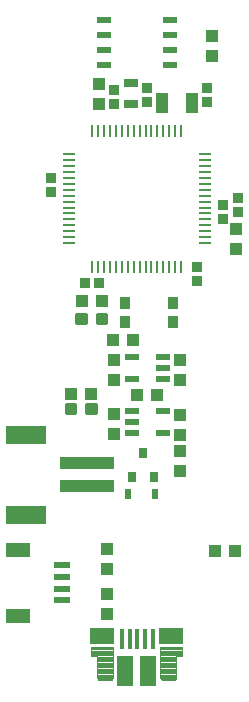
<source format=gtp>
G75*
%MOIN*%
%OFA0B0*%
%FSLAX25Y25*%
%IPPOS*%
%LPD*%
%AMOC8*
5,1,8,0,0,1.08239X$1,22.5*
%
%ADD10R,0.03543X0.03937*%
%ADD11R,0.03937X0.04331*%
%ADD12R,0.04724X0.02165*%
%ADD13R,0.02480X0.03268*%
%ADD14C,0.01181*%
%ADD15R,0.04331X0.03937*%
%ADD16R,0.03150X0.03543*%
%ADD17R,0.07874X0.04724*%
%ADD18R,0.05315X0.02362*%
%ADD19R,0.00866X0.03937*%
%ADD20R,0.03937X0.00866*%
%ADD21R,0.03937X0.07087*%
%ADD22R,0.03543X0.03346*%
%ADD23R,0.03346X0.03543*%
%ADD24R,0.04724X0.03150*%
%ADD25R,0.07874X0.05748*%
%ADD26R,0.05610X0.09843*%
%ADD27C,0.00400*%
%ADD28C,0.00197*%
%ADD29R,0.04724X0.02362*%
%ADD30R,0.18110X0.03937*%
%ADD31R,0.13386X0.06299*%
D10*
X0191762Y0203850D03*
X0191762Y0210150D03*
X0207904Y0210150D03*
X0207904Y0203850D03*
D11*
X0210333Y0191346D03*
X0210333Y0184654D03*
X0188333Y0184654D03*
X0188333Y0191346D03*
X0188333Y0173346D03*
X0188333Y0166654D03*
X0210333Y0166154D03*
X0210333Y0160846D03*
X0210333Y0154154D03*
X0210333Y0172846D03*
X0185833Y0128346D03*
X0185833Y0121654D03*
X0185833Y0113346D03*
X0185833Y0106654D03*
X0228958Y0228279D03*
X0228958Y0234971D03*
X0183333Y0276654D03*
X0183333Y0283346D03*
X0220833Y0292654D03*
X0220833Y0299346D03*
D12*
X0204452Y0192240D03*
X0194215Y0192240D03*
X0204452Y0188500D03*
X0204452Y0184760D03*
X0194215Y0184760D03*
X0194215Y0174240D03*
X0194215Y0170500D03*
X0204452Y0174240D03*
X0204452Y0166760D03*
X0194215Y0166760D03*
D13*
X0192806Y0146500D03*
X0201861Y0146500D03*
D14*
X0179408Y0173622D02*
X0179408Y0176378D01*
X0182164Y0176378D01*
X0182164Y0173622D01*
X0179408Y0173622D01*
X0179408Y0174744D02*
X0182164Y0174744D01*
X0182164Y0175866D02*
X0179408Y0175866D01*
X0172503Y0176378D02*
X0172503Y0173622D01*
X0172503Y0176378D02*
X0175259Y0176378D01*
X0175259Y0173622D01*
X0172503Y0173622D01*
X0172503Y0174744D02*
X0175259Y0174744D01*
X0175259Y0175866D02*
X0172503Y0175866D01*
X0176003Y0203622D02*
X0176003Y0206378D01*
X0178759Y0206378D01*
X0178759Y0203622D01*
X0176003Y0203622D01*
X0176003Y0204744D02*
X0178759Y0204744D01*
X0178759Y0205866D02*
X0176003Y0205866D01*
X0182908Y0206378D02*
X0182908Y0203622D01*
X0182908Y0206378D02*
X0185664Y0206378D01*
X0185664Y0203622D01*
X0182908Y0203622D01*
X0182908Y0204744D02*
X0185664Y0204744D01*
X0185664Y0205866D02*
X0182908Y0205866D01*
D15*
X0184180Y0211000D03*
X0177487Y0211000D03*
X0187987Y0198000D03*
X0194680Y0198000D03*
X0180680Y0180000D03*
X0173987Y0180000D03*
X0195987Y0179500D03*
X0202680Y0179500D03*
X0221987Y0127500D03*
X0228680Y0127500D03*
D16*
X0201573Y0152063D03*
X0194093Y0152063D03*
X0197833Y0160331D03*
D17*
X0156365Y0128024D03*
X0156365Y0105976D03*
D18*
X0170833Y0111094D03*
X0170833Y0115031D03*
X0170833Y0118969D03*
X0170833Y0122906D03*
D19*
X0181070Y0222362D03*
X0183038Y0222362D03*
X0185007Y0222362D03*
X0186975Y0222362D03*
X0188944Y0222362D03*
X0190912Y0222362D03*
X0192881Y0222362D03*
X0194849Y0222362D03*
X0196818Y0222362D03*
X0198786Y0222362D03*
X0200755Y0222362D03*
X0202723Y0222362D03*
X0204692Y0222362D03*
X0206660Y0222362D03*
X0208629Y0222362D03*
X0210597Y0222362D03*
X0210597Y0267638D03*
X0208629Y0267638D03*
X0206660Y0267638D03*
X0204692Y0267638D03*
X0202723Y0267638D03*
X0200755Y0267638D03*
X0198786Y0267638D03*
X0196818Y0267638D03*
X0194849Y0267638D03*
X0192881Y0267638D03*
X0190912Y0267638D03*
X0188944Y0267638D03*
X0186975Y0267638D03*
X0185007Y0267638D03*
X0183038Y0267638D03*
X0181070Y0267638D03*
D20*
X0173196Y0259764D03*
X0173196Y0257795D03*
X0173196Y0255827D03*
X0173196Y0253858D03*
X0173196Y0251890D03*
X0173196Y0249921D03*
X0173196Y0247953D03*
X0173196Y0245984D03*
X0173196Y0244016D03*
X0173196Y0242047D03*
X0173196Y0240079D03*
X0173196Y0238110D03*
X0173196Y0236142D03*
X0173196Y0234173D03*
X0173196Y0232205D03*
X0173196Y0230236D03*
X0218471Y0230236D03*
X0218471Y0232205D03*
X0218471Y0234173D03*
X0218471Y0236142D03*
X0218471Y0238110D03*
X0218471Y0240079D03*
X0218471Y0242047D03*
X0218471Y0244016D03*
X0218471Y0245984D03*
X0218471Y0247953D03*
X0218471Y0249921D03*
X0218471Y0251890D03*
X0218471Y0253858D03*
X0218471Y0255827D03*
X0218471Y0257795D03*
X0218471Y0259764D03*
D21*
X0214255Y0277000D03*
X0204412Y0277000D03*
D22*
X0199333Y0277217D03*
X0199333Y0281783D03*
X0188333Y0281283D03*
X0188333Y0276717D03*
X0219333Y0277217D03*
X0219333Y0281783D03*
X0167333Y0251783D03*
X0167333Y0247217D03*
X0215833Y0222283D03*
X0215833Y0217717D03*
X0224458Y0238292D03*
X0229458Y0240717D03*
X0229458Y0245283D03*
X0224458Y0242858D03*
D23*
X0183117Y0217000D03*
X0178550Y0217000D03*
D24*
X0193833Y0276457D03*
X0193833Y0283543D03*
D25*
X0184416Y0099333D03*
X0207251Y0099333D03*
D26*
X0199623Y0087719D03*
X0192044Y0087719D03*
D27*
X0182838Y0084842D02*
X0182695Y0085070D01*
X0182607Y0085323D01*
X0182576Y0085590D01*
X0182576Y0092490D01*
X0182569Y0092528D01*
X0182547Y0092561D01*
X0182515Y0092583D01*
X0182476Y0092590D01*
X0180576Y0092590D01*
X0180576Y0095690D01*
X0187976Y0095690D01*
X0187976Y0085690D01*
X0187944Y0085401D01*
X0187848Y0085126D01*
X0187693Y0084880D01*
X0187487Y0084674D01*
X0187241Y0084519D01*
X0186966Y0084423D01*
X0186676Y0084390D01*
X0183776Y0084390D01*
X0183509Y0084420D01*
X0183256Y0084509D01*
X0183028Y0084652D01*
X0182838Y0084842D01*
X0182898Y0084782D02*
X0187595Y0084782D01*
X0187867Y0085181D02*
X0182656Y0085181D01*
X0182578Y0085579D02*
X0187964Y0085579D01*
X0187976Y0085978D02*
X0182576Y0085978D01*
X0182576Y0086376D02*
X0187976Y0086376D01*
X0187976Y0086775D02*
X0182576Y0086775D01*
X0182576Y0087173D02*
X0187976Y0087173D01*
X0187976Y0087572D02*
X0182576Y0087572D01*
X0182576Y0087970D02*
X0187976Y0087970D01*
X0187976Y0088369D02*
X0182576Y0088369D01*
X0182576Y0088767D02*
X0187976Y0088767D01*
X0187976Y0089166D02*
X0182576Y0089166D01*
X0182576Y0089564D02*
X0187976Y0089564D01*
X0187976Y0089963D02*
X0182576Y0089963D01*
X0182576Y0090361D02*
X0187976Y0090361D01*
X0187976Y0090760D02*
X0182576Y0090760D01*
X0182576Y0091158D02*
X0187976Y0091158D01*
X0187976Y0091557D02*
X0182576Y0091557D01*
X0182576Y0091955D02*
X0187976Y0091955D01*
X0187976Y0092354D02*
X0182576Y0092354D01*
X0180576Y0092752D02*
X0187976Y0092752D01*
X0187976Y0093151D02*
X0180576Y0093151D01*
X0180576Y0093549D02*
X0187976Y0093549D01*
X0187976Y0093948D02*
X0180576Y0093948D01*
X0180576Y0094346D02*
X0187976Y0094346D01*
X0187976Y0094745D02*
X0180576Y0094745D01*
X0180576Y0095143D02*
X0187976Y0095143D01*
X0187976Y0095542D02*
X0180576Y0095542D01*
X0203640Y0095542D02*
X0211040Y0095542D01*
X0211040Y0095690D02*
X0203640Y0095690D01*
X0203640Y0085690D01*
X0203672Y0085401D01*
X0203768Y0085126D01*
X0203923Y0084880D01*
X0204129Y0084674D01*
X0204376Y0084519D01*
X0204650Y0084423D01*
X0204940Y0084390D01*
X0207840Y0084390D01*
X0208107Y0084420D01*
X0208360Y0084509D01*
X0208588Y0084652D01*
X0208778Y0084842D01*
X0208921Y0085070D01*
X0209010Y0085323D01*
X0209040Y0085590D01*
X0209040Y0092490D01*
X0209047Y0092528D01*
X0209069Y0092561D01*
X0209101Y0092583D01*
X0209140Y0092590D01*
X0211040Y0092590D01*
X0211040Y0095690D01*
X0211040Y0095143D02*
X0203640Y0095143D01*
X0203640Y0094745D02*
X0211040Y0094745D01*
X0211040Y0094346D02*
X0203640Y0094346D01*
X0203640Y0093948D02*
X0211040Y0093948D01*
X0211040Y0093549D02*
X0203640Y0093549D01*
X0203640Y0093151D02*
X0211040Y0093151D01*
X0211040Y0092752D02*
X0203640Y0092752D01*
X0203640Y0092354D02*
X0209040Y0092354D01*
X0209040Y0091955D02*
X0203640Y0091955D01*
X0203640Y0091557D02*
X0209040Y0091557D01*
X0209040Y0091158D02*
X0203640Y0091158D01*
X0203640Y0090760D02*
X0209040Y0090760D01*
X0209040Y0090361D02*
X0203640Y0090361D01*
X0203640Y0089963D02*
X0209040Y0089963D01*
X0209040Y0089564D02*
X0203640Y0089564D01*
X0203640Y0089166D02*
X0209040Y0089166D01*
X0209040Y0088767D02*
X0203640Y0088767D01*
X0203640Y0088369D02*
X0209040Y0088369D01*
X0209040Y0087970D02*
X0203640Y0087970D01*
X0203640Y0087572D02*
X0209040Y0087572D01*
X0209040Y0087173D02*
X0203640Y0087173D01*
X0203640Y0086775D02*
X0209040Y0086775D01*
X0209040Y0086376D02*
X0203640Y0086376D01*
X0203640Y0085978D02*
X0209040Y0085978D01*
X0209038Y0085579D02*
X0203652Y0085579D01*
X0203749Y0085181D02*
X0208960Y0085181D01*
X0208718Y0084782D02*
X0204021Y0084782D01*
D28*
X0201444Y0095077D02*
X0200459Y0095077D01*
X0200459Y0101475D01*
X0201444Y0101475D01*
X0201444Y0095077D01*
X0201444Y0095238D02*
X0200459Y0095238D01*
X0200459Y0095434D02*
X0201444Y0095434D01*
X0201444Y0095629D02*
X0200459Y0095629D01*
X0200459Y0095824D02*
X0201444Y0095824D01*
X0201444Y0096020D02*
X0200459Y0096020D01*
X0200459Y0096215D02*
X0201444Y0096215D01*
X0201444Y0096410D02*
X0200459Y0096410D01*
X0200459Y0096606D02*
X0201444Y0096606D01*
X0201444Y0096801D02*
X0200459Y0096801D01*
X0200459Y0096996D02*
X0201444Y0096996D01*
X0201444Y0097192D02*
X0200459Y0097192D01*
X0200459Y0097387D02*
X0201444Y0097387D01*
X0201444Y0097583D02*
X0200459Y0097583D01*
X0200459Y0097778D02*
X0201444Y0097778D01*
X0201444Y0097973D02*
X0200459Y0097973D01*
X0200459Y0098169D02*
X0201444Y0098169D01*
X0201444Y0098364D02*
X0200459Y0098364D01*
X0200459Y0098559D02*
X0201444Y0098559D01*
X0201444Y0098755D02*
X0200459Y0098755D01*
X0200459Y0098950D02*
X0201444Y0098950D01*
X0201444Y0099145D02*
X0200459Y0099145D01*
X0200459Y0099341D02*
X0201444Y0099341D01*
X0201444Y0099536D02*
X0200459Y0099536D01*
X0200459Y0099732D02*
X0201444Y0099732D01*
X0201444Y0099927D02*
X0200459Y0099927D01*
X0200459Y0100122D02*
X0201444Y0100122D01*
X0201444Y0100318D02*
X0200459Y0100318D01*
X0200459Y0100513D02*
X0201444Y0100513D01*
X0201444Y0100708D02*
X0200459Y0100708D01*
X0200459Y0100904D02*
X0201444Y0100904D01*
X0201444Y0101099D02*
X0200459Y0101099D01*
X0200459Y0101294D02*
X0201444Y0101294D01*
X0198885Y0101294D02*
X0197900Y0101294D01*
X0197900Y0101475D02*
X0197900Y0095077D01*
X0198885Y0095077D01*
X0198885Y0101475D01*
X0197900Y0101475D01*
X0197900Y0101099D02*
X0198885Y0101099D01*
X0198885Y0100904D02*
X0197900Y0100904D01*
X0197900Y0100708D02*
X0198885Y0100708D01*
X0198885Y0100513D02*
X0197900Y0100513D01*
X0197900Y0100318D02*
X0198885Y0100318D01*
X0198885Y0100122D02*
X0197900Y0100122D01*
X0197900Y0099927D02*
X0198885Y0099927D01*
X0198885Y0099732D02*
X0197900Y0099732D01*
X0197900Y0099536D02*
X0198885Y0099536D01*
X0198885Y0099341D02*
X0197900Y0099341D01*
X0197900Y0099145D02*
X0198885Y0099145D01*
X0198885Y0098950D02*
X0197900Y0098950D01*
X0197900Y0098755D02*
X0198885Y0098755D01*
X0198885Y0098559D02*
X0197900Y0098559D01*
X0197900Y0098364D02*
X0198885Y0098364D01*
X0198885Y0098169D02*
X0197900Y0098169D01*
X0197900Y0097973D02*
X0198885Y0097973D01*
X0198885Y0097778D02*
X0197900Y0097778D01*
X0197900Y0097583D02*
X0198885Y0097583D01*
X0198885Y0097387D02*
X0197900Y0097387D01*
X0197900Y0097192D02*
X0198885Y0097192D01*
X0198885Y0096996D02*
X0197900Y0096996D01*
X0197900Y0096801D02*
X0198885Y0096801D01*
X0198885Y0096606D02*
X0197900Y0096606D01*
X0197900Y0096410D02*
X0198885Y0096410D01*
X0198885Y0096215D02*
X0197900Y0096215D01*
X0197900Y0096020D02*
X0198885Y0096020D01*
X0198885Y0095824D02*
X0197900Y0095824D01*
X0197900Y0095629D02*
X0198885Y0095629D01*
X0198885Y0095434D02*
X0197900Y0095434D01*
X0197900Y0095238D02*
X0198885Y0095238D01*
X0196325Y0095238D02*
X0195341Y0095238D01*
X0195341Y0095077D02*
X0195341Y0101475D01*
X0196325Y0101475D01*
X0196325Y0095077D01*
X0195341Y0095077D01*
X0195341Y0095434D02*
X0196325Y0095434D01*
X0196325Y0095629D02*
X0195341Y0095629D01*
X0195341Y0095824D02*
X0196325Y0095824D01*
X0196325Y0096020D02*
X0195341Y0096020D01*
X0195341Y0096215D02*
X0196325Y0096215D01*
X0196325Y0096410D02*
X0195341Y0096410D01*
X0195341Y0096606D02*
X0196325Y0096606D01*
X0196325Y0096801D02*
X0195341Y0096801D01*
X0195341Y0096996D02*
X0196325Y0096996D01*
X0196325Y0097192D02*
X0195341Y0097192D01*
X0195341Y0097387D02*
X0196325Y0097387D01*
X0196325Y0097583D02*
X0195341Y0097583D01*
X0195341Y0097778D02*
X0196325Y0097778D01*
X0196325Y0097973D02*
X0195341Y0097973D01*
X0195341Y0098169D02*
X0196325Y0098169D01*
X0196325Y0098364D02*
X0195341Y0098364D01*
X0195341Y0098559D02*
X0196325Y0098559D01*
X0196325Y0098755D02*
X0195341Y0098755D01*
X0195341Y0098950D02*
X0196325Y0098950D01*
X0196325Y0099145D02*
X0195341Y0099145D01*
X0195341Y0099341D02*
X0196325Y0099341D01*
X0196325Y0099536D02*
X0195341Y0099536D01*
X0195341Y0099732D02*
X0196325Y0099732D01*
X0196325Y0099927D02*
X0195341Y0099927D01*
X0195341Y0100122D02*
X0196325Y0100122D01*
X0196325Y0100318D02*
X0195341Y0100318D01*
X0195341Y0100513D02*
X0196325Y0100513D01*
X0196325Y0100708D02*
X0195341Y0100708D01*
X0195341Y0100904D02*
X0196325Y0100904D01*
X0196325Y0101099D02*
X0195341Y0101099D01*
X0195341Y0101294D02*
X0196325Y0101294D01*
X0193766Y0101294D02*
X0192782Y0101294D01*
X0192782Y0101475D02*
X0192782Y0095077D01*
X0193766Y0095077D01*
X0193766Y0101475D01*
X0192782Y0101475D01*
X0192782Y0101099D02*
X0193766Y0101099D01*
X0193766Y0100904D02*
X0192782Y0100904D01*
X0192782Y0100708D02*
X0193766Y0100708D01*
X0193766Y0100513D02*
X0192782Y0100513D01*
X0192782Y0100318D02*
X0193766Y0100318D01*
X0193766Y0100122D02*
X0192782Y0100122D01*
X0192782Y0099927D02*
X0193766Y0099927D01*
X0193766Y0099732D02*
X0192782Y0099732D01*
X0192782Y0099536D02*
X0193766Y0099536D01*
X0193766Y0099341D02*
X0192782Y0099341D01*
X0192782Y0099145D02*
X0193766Y0099145D01*
X0193766Y0098950D02*
X0192782Y0098950D01*
X0192782Y0098755D02*
X0193766Y0098755D01*
X0193766Y0098559D02*
X0192782Y0098559D01*
X0192782Y0098364D02*
X0193766Y0098364D01*
X0193766Y0098169D02*
X0192782Y0098169D01*
X0192782Y0097973D02*
X0193766Y0097973D01*
X0193766Y0097778D02*
X0192782Y0097778D01*
X0192782Y0097583D02*
X0193766Y0097583D01*
X0193766Y0097387D02*
X0192782Y0097387D01*
X0192782Y0097192D02*
X0193766Y0097192D01*
X0193766Y0096996D02*
X0192782Y0096996D01*
X0192782Y0096801D02*
X0193766Y0096801D01*
X0193766Y0096606D02*
X0192782Y0096606D01*
X0192782Y0096410D02*
X0193766Y0096410D01*
X0193766Y0096215D02*
X0192782Y0096215D01*
X0192782Y0096020D02*
X0193766Y0096020D01*
X0193766Y0095824D02*
X0192782Y0095824D01*
X0192782Y0095629D02*
X0193766Y0095629D01*
X0193766Y0095434D02*
X0192782Y0095434D01*
X0192782Y0095238D02*
X0193766Y0095238D01*
X0191207Y0095238D02*
X0190223Y0095238D01*
X0190223Y0095077D02*
X0190223Y0101475D01*
X0191207Y0101475D01*
X0191207Y0095077D01*
X0190223Y0095077D01*
X0190223Y0095434D02*
X0191207Y0095434D01*
X0191207Y0095629D02*
X0190223Y0095629D01*
X0190223Y0095824D02*
X0191207Y0095824D01*
X0191207Y0096020D02*
X0190223Y0096020D01*
X0190223Y0096215D02*
X0191207Y0096215D01*
X0191207Y0096410D02*
X0190223Y0096410D01*
X0190223Y0096606D02*
X0191207Y0096606D01*
X0191207Y0096801D02*
X0190223Y0096801D01*
X0190223Y0096996D02*
X0191207Y0096996D01*
X0191207Y0097192D02*
X0190223Y0097192D01*
X0190223Y0097387D02*
X0191207Y0097387D01*
X0191207Y0097583D02*
X0190223Y0097583D01*
X0190223Y0097778D02*
X0191207Y0097778D01*
X0191207Y0097973D02*
X0190223Y0097973D01*
X0190223Y0098169D02*
X0191207Y0098169D01*
X0191207Y0098364D02*
X0190223Y0098364D01*
X0190223Y0098559D02*
X0191207Y0098559D01*
X0191207Y0098755D02*
X0190223Y0098755D01*
X0190223Y0098950D02*
X0191207Y0098950D01*
X0191207Y0099145D02*
X0190223Y0099145D01*
X0190223Y0099341D02*
X0191207Y0099341D01*
X0191207Y0099536D02*
X0190223Y0099536D01*
X0190223Y0099732D02*
X0191207Y0099732D01*
X0191207Y0099927D02*
X0190223Y0099927D01*
X0190223Y0100122D02*
X0191207Y0100122D01*
X0191207Y0100318D02*
X0190223Y0100318D01*
X0190223Y0100513D02*
X0191207Y0100513D01*
X0191207Y0100708D02*
X0190223Y0100708D01*
X0190223Y0100904D02*
X0191207Y0100904D01*
X0191207Y0101099D02*
X0190223Y0101099D01*
X0190223Y0101294D02*
X0191207Y0101294D01*
D29*
X0184810Y0289500D03*
X0184810Y0294500D03*
X0184810Y0299500D03*
X0184810Y0304500D03*
X0206857Y0304500D03*
X0206857Y0299500D03*
X0206857Y0294500D03*
X0206857Y0289500D03*
D30*
X0179400Y0156937D03*
X0179400Y0149063D03*
D31*
X0158928Y0139614D03*
X0158928Y0166386D03*
M02*

</source>
